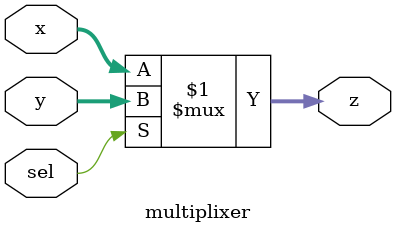
<source format=v>
module multiplixer(x,y,z,sel);
parameter N = 19 ;
input [ N-1 : 0 ] x,y ;
input sel ;
output [ N-1 : 0 ] z ;

assign z = sel ? y : x ;

endmodule

</source>
